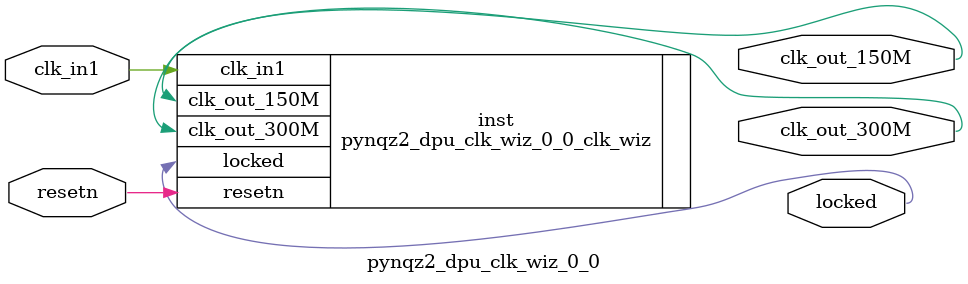
<source format=v>


`timescale 1ps/1ps

(* CORE_GENERATION_INFO = "pynqz2_dpu_clk_wiz_0_0,clk_wiz_v6_0_5_0_0,{component_name=pynqz2_dpu_clk_wiz_0_0,use_phase_alignment=true,use_min_o_jitter=false,use_max_i_jitter=false,use_dyn_phase_shift=false,use_inclk_switchover=false,use_dyn_reconfig=false,enable_axi=0,feedback_source=FDBK_AUTO,PRIMITIVE=MMCM,num_out_clk=2,clkin1_period=10.000,clkin2_period=10.000,use_power_down=false,use_reset=true,use_locked=true,use_inclk_stopped=false,feedback_type=SINGLE,CLOCK_MGR_TYPE=NA,manual_override=false}" *)

module pynqz2_dpu_clk_wiz_0_0 
 (
  // Clock out ports
  output        clk_out_150M,
  output        clk_out_300M,
  // Status and control signals
  input         resetn,
  output        locked,
 // Clock in ports
  input         clk_in1
 );

  pynqz2_dpu_clk_wiz_0_0_clk_wiz inst
  (
  // Clock out ports  
  .clk_out_150M(clk_out_150M),
  .clk_out_300M(clk_out_300M),
  // Status and control signals               
  .resetn(resetn), 
  .locked(locked),
 // Clock in ports
  .clk_in1(clk_in1)
  );

endmodule

</source>
